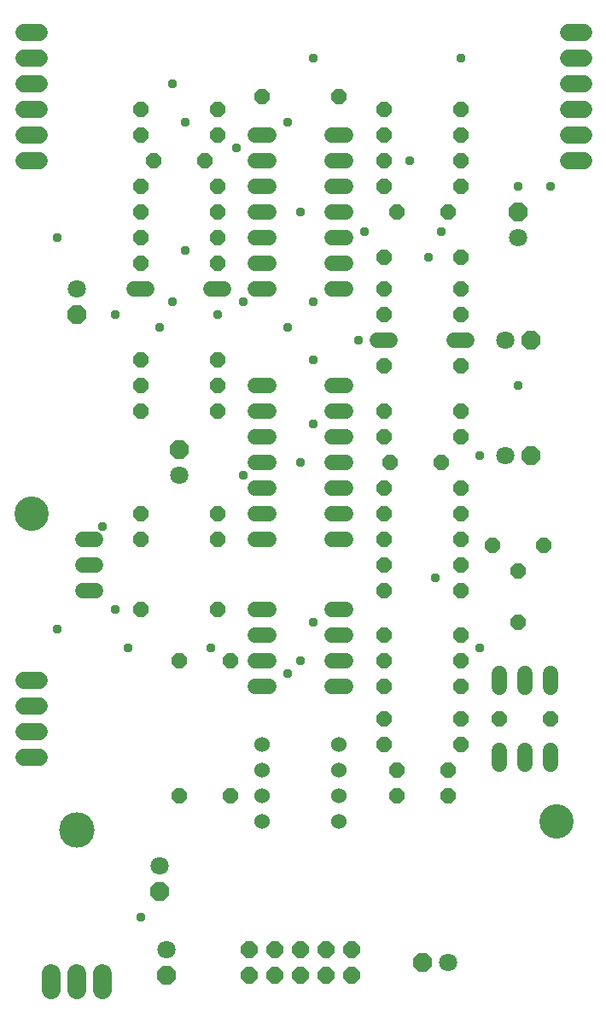
<source format=gts>
G04 EAGLE Gerber RS-274X export*
G75*
%MOMM*%
%FSLAX34Y34*%
%LPD*%
%INSoldermask Top*%
%IPPOS*%
%AMOC8*
5,1,8,0,0,1.08239X$1,22.5*%
G01*
%ADD10C,3.403600*%
%ADD11P,1.951982X8X22.500000*%
%ADD12C,1.803400*%
%ADD13P,1.951982X8X112.500000*%
%ADD14P,1.649562X8X202.500000*%
%ADD15P,1.649562X8X22.500000*%
%ADD16P,1.951982X8X292.500000*%
%ADD17P,1.649562X8X112.500000*%
%ADD18C,1.524000*%
%ADD19C,1.879600*%
%ADD20C,3.505200*%
%ADD21C,1.524000*%
%ADD22C,1.727200*%
%ADD23P,1.759533X8X202.500000*%
%ADD24P,1.951982X8X202.500000*%
%ADD25C,0.959600*%


D10*
X546100Y190500D03*
X25400Y495300D03*
D11*
X520700Y666750D03*
D12*
X495300Y666750D03*
D13*
X171450Y558800D03*
D12*
X171450Y533400D03*
D11*
X520700Y552450D03*
D12*
X495300Y552450D03*
D14*
X222250Y349250D03*
X171450Y349250D03*
D15*
X381000Y546100D03*
X431800Y546100D03*
X387350Y793750D03*
X438150Y793750D03*
D14*
X222250Y215900D03*
X171450Y215900D03*
X196850Y844550D03*
X146050Y844550D03*
D16*
X69850Y692150D03*
D12*
X69850Y717550D03*
D13*
X508000Y793750D03*
D12*
X508000Y768350D03*
D14*
X539750Y292100D03*
X488950Y292100D03*
X438150Y241300D03*
X387350Y241300D03*
D15*
X387350Y215900D03*
X438150Y215900D03*
D17*
X508000Y387350D03*
X508000Y438150D03*
D15*
X482600Y463550D03*
X533400Y463550D03*
D18*
X457454Y666750D02*
X444246Y666750D01*
X381254Y666750D02*
X368046Y666750D01*
X139954Y717550D02*
X126746Y717550D01*
X202946Y717550D02*
X216154Y717550D01*
X323596Y717550D02*
X336804Y717550D01*
X336804Y742950D02*
X323596Y742950D01*
X323596Y869950D02*
X336804Y869950D01*
X260604Y869950D02*
X247396Y869950D01*
X323596Y768350D02*
X336804Y768350D01*
X336804Y793750D02*
X323596Y793750D01*
X323596Y844550D02*
X336804Y844550D01*
X336804Y819150D02*
X323596Y819150D01*
X260604Y844550D02*
X247396Y844550D01*
X247396Y819150D02*
X260604Y819150D01*
X260604Y793750D02*
X247396Y793750D01*
X247396Y768350D02*
X260604Y768350D01*
X260604Y742950D02*
X247396Y742950D01*
X247396Y717550D02*
X260604Y717550D01*
D19*
X44450Y40132D02*
X44450Y23368D01*
X69850Y23368D02*
X69850Y40132D01*
X95250Y40132D02*
X95250Y23368D01*
D20*
X69850Y181610D03*
D21*
X330200Y190500D03*
X330200Y215900D03*
X254000Y215900D03*
X254000Y190500D03*
X330200Y241300D03*
X330200Y266700D03*
X254000Y241300D03*
X254000Y266700D03*
D18*
X323596Y469900D02*
X336804Y469900D01*
X336804Y495300D02*
X323596Y495300D01*
X323596Y622300D02*
X336804Y622300D01*
X260604Y622300D02*
X247396Y622300D01*
X323596Y520700D02*
X336804Y520700D01*
X336804Y546100D02*
X323596Y546100D01*
X323596Y596900D02*
X336804Y596900D01*
X336804Y571500D02*
X323596Y571500D01*
X260604Y596900D02*
X247396Y596900D01*
X247396Y571500D02*
X260604Y571500D01*
X260604Y546100D02*
X247396Y546100D01*
X247396Y520700D02*
X260604Y520700D01*
X260604Y495300D02*
X247396Y495300D01*
X247396Y469900D02*
X260604Y469900D01*
X323596Y323850D02*
X336804Y323850D01*
X336804Y349250D02*
X323596Y349250D01*
X260604Y349250D02*
X247396Y349250D01*
X247396Y323850D02*
X260604Y323850D01*
X323596Y374650D02*
X336804Y374650D01*
X336804Y400050D02*
X323596Y400050D01*
X260604Y374650D02*
X247396Y374650D01*
X247396Y400050D02*
X260604Y400050D01*
D22*
X33020Y254000D02*
X17780Y254000D01*
X17780Y279400D02*
X33020Y279400D01*
X33020Y304800D02*
X17780Y304800D01*
X17780Y330200D02*
X33020Y330200D01*
X33020Y844550D02*
X17780Y844550D01*
X17780Y869950D02*
X33020Y869950D01*
X33020Y895350D02*
X17780Y895350D01*
X17780Y920750D02*
X33020Y920750D01*
X33020Y946150D02*
X17780Y946150D01*
X17780Y971550D02*
X33020Y971550D01*
D18*
X539750Y260604D02*
X539750Y247396D01*
X488950Y247396D02*
X488950Y260604D01*
X514350Y260604D02*
X514350Y247396D01*
X488950Y323596D02*
X488950Y336804D01*
X539750Y336804D02*
X539750Y323596D01*
X514350Y323596D02*
X514350Y336804D01*
X89154Y419100D02*
X75946Y419100D01*
X75946Y469900D02*
X89154Y469900D01*
X89154Y444500D02*
X75946Y444500D01*
D15*
X374650Y692150D03*
X450850Y692150D03*
D14*
X209550Y742950D03*
X133350Y742950D03*
D15*
X374650Y374650D03*
X450850Y374650D03*
X133350Y622300D03*
X209550Y622300D03*
X374650Y869950D03*
X450850Y869950D03*
D14*
X450850Y596900D03*
X374650Y596900D03*
D15*
X133350Y768350D03*
X209550Y768350D03*
X374650Y266700D03*
X450850Y266700D03*
D14*
X450850Y292100D03*
X374650Y292100D03*
D15*
X374650Y749300D03*
X450850Y749300D03*
X133350Y596900D03*
X209550Y596900D03*
X374650Y717550D03*
X450850Y717550D03*
X374650Y495300D03*
X450850Y495300D03*
D14*
X450850Y469900D03*
X374650Y469900D03*
X450850Y520700D03*
X374650Y520700D03*
D15*
X374650Y571500D03*
X450850Y571500D03*
X374650Y444500D03*
X450850Y444500D03*
X374650Y819150D03*
X450850Y819150D03*
X374650Y419100D03*
X450850Y419100D03*
D14*
X209550Y469900D03*
X133350Y469900D03*
X450850Y323850D03*
X374650Y323850D03*
D15*
X374650Y349250D03*
X450850Y349250D03*
D14*
X450850Y641350D03*
X374650Y641350D03*
X209550Y495300D03*
X133350Y495300D03*
X450850Y895350D03*
X374650Y895350D03*
X450850Y844550D03*
X374650Y844550D03*
X209550Y647700D03*
X133350Y647700D03*
D15*
X133350Y400050D03*
X209550Y400050D03*
X133350Y819150D03*
X209550Y819150D03*
D14*
X209550Y895350D03*
X133350Y895350D03*
X209550Y869950D03*
X133350Y869950D03*
X330200Y908050D03*
X254000Y908050D03*
D15*
X133350Y793750D03*
X209550Y793750D03*
D16*
X152400Y120650D03*
D12*
X152400Y146050D03*
D22*
X557530Y844550D02*
X572770Y844550D01*
X572770Y869950D02*
X557530Y869950D01*
X557530Y895350D02*
X572770Y895350D01*
X572770Y920750D02*
X557530Y920750D01*
X557530Y946150D02*
X572770Y946150D01*
X572770Y971550D02*
X557530Y971550D01*
D23*
X342900Y63500D03*
X342900Y38100D03*
X317500Y63500D03*
X317500Y38100D03*
X292100Y63500D03*
X292100Y38100D03*
X266700Y63500D03*
X266700Y38100D03*
X241300Y63500D03*
X241300Y38100D03*
D24*
X412750Y50800D03*
D12*
X438150Y50800D03*
D16*
X158750Y38100D03*
D12*
X158750Y63500D03*
D25*
X355600Y774700D03*
X431800Y774700D03*
X228600Y857250D03*
X209550Y692150D03*
X107950Y692150D03*
X107950Y400050D03*
X279400Y882650D03*
X152400Y679450D03*
X279400Y679450D03*
X304800Y584200D03*
X304800Y387350D03*
X469900Y552450D03*
X469900Y361950D03*
X304800Y704850D03*
X304800Y647700D03*
X50800Y768350D03*
X50800Y381000D03*
X120650Y361950D03*
X165100Y704850D03*
X165100Y920750D03*
X234950Y533400D03*
X234950Y704850D03*
X508000Y622300D03*
X349250Y666750D03*
X400050Y844550D03*
X539750Y819150D03*
X450850Y946150D03*
X419100Y749300D03*
X508000Y819150D03*
X279400Y336550D03*
X133350Y95250D03*
X292100Y349250D03*
X292100Y546100D03*
X292100Y793750D03*
X177800Y755650D03*
X177800Y882650D03*
X304800Y946150D03*
X203200Y361950D03*
X425450Y431800D03*
X95250Y482600D03*
M02*

</source>
